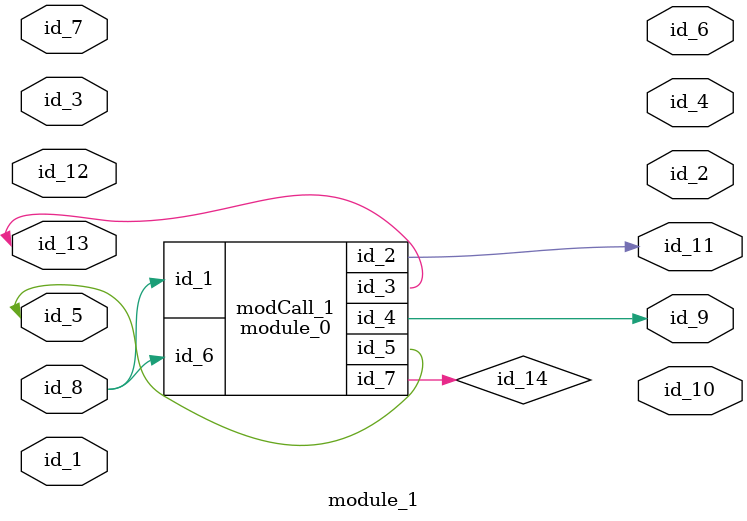
<source format=v>
module module_0 (
    id_1,
    id_2,
    id_3,
    id_4,
    id_5,
    id_6,
    id_7
);
  inout wire id_7;
  input wire id_6;
  output wire id_5;
  output wire id_4;
  inout wire id_3;
  output wire id_2;
  input wire id_1;
endmodule
module module_1 (
    id_1,
    id_2,
    id_3,
    id_4,
    id_5,
    id_6,
    id_7,
    id_8,
    id_9,
    id_10,
    id_11,
    id_12,
    id_13
);
  inout wire id_13;
  inout wire id_12;
  output wire id_11;
  output wire id_10;
  output wire id_9;
  inout wire id_8;
  inout wire id_7;
  output wire id_6;
  inout wire id_5;
  output wire id_4;
  input wire id_3;
  output wire id_2;
  inout wire id_1;
  wire id_14;
  module_0 modCall_1 (
      id_8,
      id_11,
      id_13,
      id_9,
      id_5,
      id_8,
      id_14
  );
endmodule

</source>
